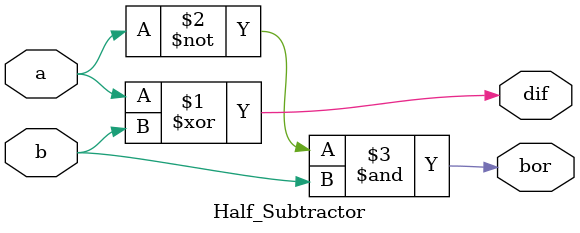
<source format=v>
module Half_Subtractor(
  input a,b,
  output dif,bor);

  assign dif = a^b;
  assign bor = ~a&b;

endmodule          

</source>
